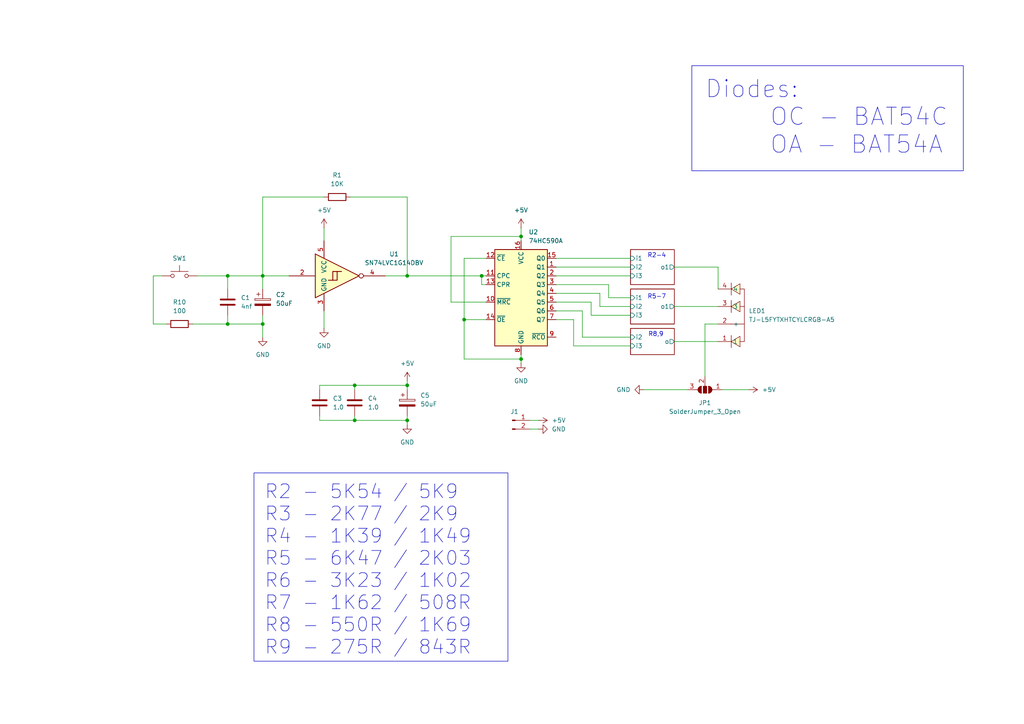
<source format=kicad_sch>
(kicad_sch (version 20231120) (generator "eeschema") (generator_version "8.0")
  (paper "A4")
  (lib_symbols
    (symbol "74xGxx:SN74LVC1G14DBV"
      (property "Reference" "U" (at 0 3.81 0))
      (property "Value" "SN74LVC1G14DBV" (at 0 -3.81 0))
      (symbol "SN74LVC1G14DBV_0_1"
        (polyline (pts (xy -7.62 6.35) (xy -7.62 -6.35) (xy 5.08 0) (xy -7.62 6.35)) (stroke (width 0.254)) (fill (type background)))
      )
      (symbol "SN74LVC1G14DBV_1_1"
        (polyline (pts (xy -3.81 -1.27) (xy -1.27 -1.27) (xy -1.27 1.27)) (stroke (width 0.254)))
        (polyline (pts (xy -2.54 -1.27) (xy -2.54 1.27) (xy 0 1.27)) (stroke (width 0.254)))
        (pin no_connect line (at -7.62 5.08 180) (length 5.08) hide (name "NC") (number "1"))
        (pin input line (at -15.24 0 0) (length 7.62) (name "~") (number "2"))
        (pin power_in line (at -5.08 -10.16 90) (length 5.08) (name "GND") (number "3"))
        (pin output inverted (at 12.7 0 180) (length 7.62) (name "~") (number "4"))
        (pin power_in line (at -5.08 10.16 270) (length 5.08) (name "VCC") (number "5"))
      )
    )
    (symbol "74xx:74HC590A"
      (property "Reference" "U" (at -7.62 16.51 0))
      (property "Value" "74HC590A" (at -7.62 -13.97 0))
      (symbol "74HC590A_1_0"
        (pin tri_state line (at 10.16 10.16 180) (length 2.54) (name "Q1") (number "1"))
        (pin input line (at -10.16 0 0) (length 2.54) (name "~{MRC}") (number "10"))
        (pin input line (at -10.16 7.62 0) (length 2.54) (name "CPC") (number "11"))
        (pin input line (at -10.16 12.7 0) (length 2.54) (name "~{CE}") (number "12"))
        (pin input line (at -10.16 5.08 0) (length 2.54) (name "CPR") (number "13"))
        (pin input line (at -10.16 -5.08 0) (length 2.54) (name "~{OE}") (number "14"))
        (pin tri_state line (at 10.16 12.7 180) (length 2.54) (name "Q0") (number "15"))
        (pin power_in line (at 0 17.78 270) (length 2.54) (name "VCC") (number "16"))
        (pin tri_state line (at 10.16 7.62 180) (length 2.54) (name "Q2") (number "2"))
        (pin tri_state line (at 10.16 5.08 180) (length 2.54) (name "Q3") (number "3"))
        (pin tri_state line (at 10.16 2.54 180) (length 2.54) (name "Q4") (number "4"))
        (pin tri_state line (at 10.16 0 180) (length 2.54) (name "Q5") (number "5"))
        (pin tri_state line (at 10.16 -2.54 180) (length 2.54) (name "Q6") (number "6"))
        (pin tri_state line (at 10.16 -5.08 180) (length 2.54) (name "Q7") (number "7"))
        (pin power_in line (at 0 -15.24 90) (length 2.54) (name "GND") (number "8"))
        (pin output line (at 10.16 -10.16 180) (length 2.54) (name "~{RCO}") (number "9"))
      )
      (symbol "74HC590A_1_1"
        (rectangle (start -7.62 15.24) (end 7.62 -12.7) (stroke (width 0.254)) (fill (type background)))
      )
    )
    (symbol "Connector:Conn_01x02_Pin" (pin_names (offset 1.016) hide)
      (property "Reference" "J" (at 0 2.54 0))
      (property "Value" "Conn_01x02_Pin" (at 0 -5.08 0))
      (symbol "Conn_01x02_Pin_1_1"
        (polyline (pts (xy 1.27 -2.54) (xy 0.8636 -2.54)) (stroke (width 0.1524)))
        (polyline (pts (xy 1.27 0) (xy 0.8636 0)) (stroke (width 0.1524)))
        (rectangle (start 0.8636 -2.413) (end 0 -2.667) (stroke (width 0.1524)) (fill (type outline)))
        (rectangle (start 0.8636 0.127) (end 0 -0.127) (stroke (width 0.1524)) (fill (type outline)))
        (pin passive line (at 5.08 0 180) (length 3.81) (name "Pin_1") (number "1"))
        (pin passive line (at 5.08 -2.54 180) (length 3.81) (name "Pin_2") (number "2"))
      )
    )
    (symbol "Device:C" (pin_numbers hide) (pin_names (offset 0.254))
      (property "Reference" "C" (at 0.635 2.54 0))
      (property "Value" "C" (at 0.635 -2.54 0))
      (symbol "C_0_1"
        (polyline (pts (xy -2.032 -0.762) (xy 2.032 -0.762)) (stroke (width 0.508)))
        (polyline (pts (xy -2.032 0.762) (xy 2.032 0.762)) (stroke (width 0.508)))
      )
      (symbol "C_1_1"
        (pin passive line (at 0 3.81 270) (length 2.794) (name "~") (number "1"))
        (pin passive line (at 0 -3.81 90) (length 2.794) (name "~") (number "2"))
      )
    )
    (symbol "Device:C_Polarized" (pin_numbers hide) (pin_names (offset 0.254))
      (property "Reference" "C" (at 0.635 2.54 0))
      (property "Value" "C_Polarized" (at 0.635 -2.54 0))
      (symbol "C_Polarized_0_1"
        (rectangle (start -2.286 0.508) (end 2.286 1.016))
        (polyline (pts (xy -1.778 2.286) (xy -0.762 2.286)))
        (polyline (pts (xy -1.27 2.794) (xy -1.27 1.778)))
        (rectangle (start 2.286 -0.508) (end -2.286 -1.016) (fill (type outline)))
      )
      (symbol "C_Polarized_1_1"
        (pin passive line (at 0 3.81 270) (length 2.794) (name "~") (number "1"))
        (pin passive line (at 0 -3.81 90) (length 2.794) (name "~") (number "2"))
      )
    )
    (symbol "Device:R" (pin_numbers hide) (pin_names (offset 0))
      (property "Reference" "R" (at 2.032 0 90))
      (property "Value" "R" (at 0 0 90))
      (symbol "R_0_1"
        (rectangle (start -1.016 -2.54) (end 1.016 2.54) (stroke (width 0.254)))
      )
      (symbol "R_1_1"
        (pin passive line (at 0 3.81 270) (length 1.27) (name "~") (number "1"))
        (pin passive line (at 0 -3.81 90) (length 1.27) (name "~") (number "2"))
      )
    )
    (symbol "Jumper:SolderJumper_3_Open" (pin_names (offset 0) hide) (exclude_from_sim yes) (in_bom no)
      (property "Reference" "JP" (at -2.54 -2.54 0))
      (property "Value" "SolderJumper_3_Open" (at 0 2.794 0))
      (symbol "SolderJumper_3_Open_0_1"
        (arc (start -1.016 1.016) (mid -2.0276 0) (end -1.016 -1.016))
        (arc (start -1.016 1.016) (mid -2.0276 0) (end -1.016 -1.016) (fill (type outline)))
        (rectangle (start -0.508 1.016) (end 0.508 -1.016) (fill (type outline)))
        (polyline (pts (xy -2.54 0) (xy -2.032 0)))
        (polyline (pts (xy -1.016 1.016) (xy -1.016 -1.016)))
        (polyline (pts (xy 0 -1.27) (xy 0 -1.016)))
        (polyline (pts (xy 1.016 1.016) (xy 1.016 -1.016)))
        (polyline (pts (xy 2.54 0) (xy 2.032 0)))
        (arc (start 1.016 -1.016) (mid 2.0276 0) (end 1.016 1.016))
        (arc (start 1.016 -1.016) (mid 2.0276 0) (end 1.016 1.016) (fill (type outline)))
      )
      (symbol "SolderJumper_3_Open_1_1"
        (pin passive line (at -5.08 0 0) (length 2.54) (name "A") (number "1"))
        (pin passive line (at 0 -3.81 90) (length 2.54) (name "C") (number "2"))
        (pin passive line (at 5.08 0 180) (length 2.54) (name "B") (number "3"))
      )
    )
    (symbol "Switch:SW_Push" (pin_numbers hide) (pin_names (offset 1.016) hide)
      (property "Reference" "SW" (at 1.27 2.54 0))
      (property "Value" "SW_Push" (at 0 -1.524 0))
      (symbol "SW_Push_0_1"
        (circle (center -2.032 0) (radius 0.508))
        (polyline (pts (xy 0 1.27) (xy 0 3.048)))
        (polyline (pts (xy 2.54 1.27) (xy -2.54 1.27)))
        (circle (center 2.032 0) (radius 0.508))
        (pin passive line (at -5.08 0 0) (length 2.54) (name "1") (number "1"))
        (pin passive line (at 5.08 0 180) (length 2.54) (name "2") (number "2"))
      )
    )
    (symbol "easyeda2kicad:TJ-L5FYTXHTCYLCRGB-A5"
      (property "Reference" "LED" (at 0 0 0))
      (property "Value" "TJ-L5FYTXHTCYLCRGB-A5" (at 0 -10.16 0))
      (symbol "TJ-L5FYTXHTCYLCRGB-A5_0_1"
        (polyline (pts (xy -5.84 -1.27) (xy -9.4 -1.27)))
        (polyline (pts (xy -2.54 1.27) (xy -2.54 2.54)))
        (polyline (pts (xy -0.76 -1.27) (xy -4.32 -1.27)))
        (polyline (pts (xy 2.54 -1.27) (xy 2.54 2.54)))
        (polyline (pts (xy 9.4 -1.27) (xy 5.84 -1.27)))
        (polyline (pts (xy -6.1 1.27) (xy -7.62 -1.27) (xy -9.14 1.27) (xy -6.1 1.27)) (fill (type background)))
        (polyline (pts (xy -1.02 1.27) (xy -2.54 -1.27) (xy -4.06 1.27) (xy -1.02 1.27)) (fill (type background)))
        (polyline (pts (xy 7.62 1.27) (xy 7.62 2.54) (xy -7.62 2.54) (xy -7.62 1.27)))
        (polyline (pts (xy 9.14 1.27) (xy 7.62 -1.27) (xy 6.1 1.27) (xy 9.14 1.27)) (fill (type background)))
        (pin unspecified line (at 7.62 -5.08 90) (length 3.81) (name "1") (number "1"))
        (pin unspecified line (at 2.54 -5.08 90) (length 3.81) (name "+") (number "2"))
        (pin unspecified line (at -2.54 -5.08 90) (length 3.81) (name "3") (number "3"))
        (pin unspecified line (at -7.62 -5.08 90) (length 3.81) (name "4") (number "4"))
      )
    )
    (symbol "power:+5V" (power) (pin_numbers hide) (pin_names (offset 0) hide)
      (property "Value" "+5V" (at 0 3.556 0))
      (symbol "+5V_0_1"
        (polyline (pts (xy -0.762 1.27) (xy 0 2.54)))
        (polyline (pts (xy 0 0) (xy 0 2.54)))
        (polyline (pts (xy 0 2.54) (xy 0.762 1.27)))
      )
      (symbol "+5V_1_1"
        (pin power_in line (at 0 0 90) (length 0) (name "~") (number "1"))
      )
    )
    (symbol "power:GND" (power) (pin_numbers hide) (pin_names (offset 0) hide)
      (property "Value" "GND" (at 0 -3.81 0))
      (symbol "GND_0_1"
        (polyline (pts (xy 0 0) (xy 0 -1.27) (xy 1.27 -1.27) (xy 0 -2.54) (xy -1.27 -1.27) (xy 0 -1.27)))
      )
      (symbol "GND_1_1"
        (pin power_in line (at 0 0 270) (length 0) (name "~") (number "1"))
      )
    )
  )
  (junction (at 139.7 80.01))
  (junction (at 76.2 80.01))
  (junction (at 66.04 93.98))
  (junction (at 134.62 92.71))
  (junction (at 102.87 111.76))
  (junction (at 151.13 68.58))
  (junction (at 102.87 121.92))
  (junction (at 118.11 80.01))
  (junction (at 151.13 104.14))
  (junction (at 118.11 111.76))
  (junction (at 118.11 121.92))
  (junction (at 66.04 80.01))
  (junction (at 76.2 93.98))
  (wire (pts (xy 102.87 111.76) (xy 118.11 111.76)))
  (wire (pts (xy 76.2 93.98) (xy 76.2 97.79)))
  (wire (pts (xy 92.71 111.76) (xy 102.87 111.76)))
  (wire (pts (xy 161.29 87.63) (xy 171.45 87.63)))
  (wire (pts (xy 161.29 85.09) (xy 173.99 85.09)))
  (wire (pts (xy 130.81 68.58) (xy 151.13 68.58)))
  (wire (pts (xy 66.04 91.44) (xy 66.04 93.98)))
  (wire (pts (xy 134.62 92.71) (xy 134.62 104.14)))
  (wire (pts (xy 195.58 88.9) (xy 208.28 88.9)))
  (wire (pts (xy 76.2 57.15) (xy 93.98 57.15)))
  (wire (pts (xy 118.11 57.15) (xy 118.11 80.01)))
  (wire (pts (xy 92.71 111.76) (xy 92.71 113.03)))
  (wire (pts (xy 92.71 121.92) (xy 92.71 120.65)))
  (wire (pts (xy 161.29 74.93) (xy 182.88 74.93)))
  (wire (pts (xy 176.53 86.36) (xy 182.88 86.36)))
  (wire (pts (xy 176.53 82.55) (xy 176.53 86.36)))
  (wire (pts (xy 204.47 93.98) (xy 208.28 93.98)))
  (wire (pts (xy 101.6 57.15) (xy 118.11 57.15)))
  (wire (pts (xy 161.29 92.71) (xy 166.37 92.71)))
  (wire (pts (xy 195.58 99.06) (xy 208.28 99.06)))
  (wire (pts (xy 66.04 93.98) (xy 76.2 93.98)))
  (wire (pts (xy 44.45 80.01) (xy 44.45 93.98)))
  (wire (pts (xy 168.91 97.79) (xy 182.88 97.79)))
  (wire (pts (xy 139.7 82.55) (xy 139.7 80.01)))
  (wire (pts (xy 118.11 80.01) (xy 139.7 80.01)))
  (wire (pts (xy 208.28 77.47) (xy 195.58 77.47)))
  (wire (pts (xy 57.15 80.01) (xy 66.04 80.01)))
  (wire (pts (xy 209.55 113.03) (xy 217.17 113.03)))
  (wire (pts (xy 76.2 83.82) (xy 76.2 80.01)))
  (wire (pts (xy 118.11 110.49) (xy 118.11 111.76)))
  (wire (pts (xy 93.98 66.04) (xy 93.98 69.85)))
  (wire (pts (xy 140.97 82.55) (xy 139.7 82.55)))
  (wire (pts (xy 171.45 87.63) (xy 171.45 91.44)))
  (wire (pts (xy 168.91 97.79) (xy 168.91 90.17)))
  (wire (pts (xy 44.45 80.01) (xy 46.99 80.01)))
  (wire (pts (xy 166.37 92.71) (xy 166.37 100.33)))
  (wire (pts (xy 118.11 123.19) (xy 118.11 121.92)))
  (wire (pts (xy 186.69 113.03) (xy 199.39 113.03)))
  (wire (pts (xy 161.29 82.55) (xy 176.53 82.55)))
  (wire (pts (xy 151.13 66.04) (xy 151.13 68.58)))
  (wire (pts (xy 76.2 91.44) (xy 76.2 93.98)))
  (wire (pts (xy 134.62 104.14) (xy 151.13 104.14)))
  (wire (pts (xy 140.97 87.63) (xy 130.81 87.63)))
  (wire (pts (xy 130.81 87.63) (xy 130.81 68.58)))
  (wire (pts (xy 55.88 93.98) (xy 66.04 93.98)))
  (wire (pts (xy 118.11 121.92) (xy 118.11 120.65)))
  (wire (pts (xy 171.45 91.44) (xy 182.88 91.44)))
  (wire (pts (xy 134.62 92.71) (xy 140.97 92.71)))
  (wire (pts (xy 76.2 80.01) (xy 83.82 80.01)))
  (wire (pts (xy 93.98 90.17) (xy 93.98 95.25)))
  (wire (pts (xy 66.04 80.01) (xy 66.04 83.82)))
  (wire (pts (xy 111.76 80.01) (xy 118.11 80.01)))
  (wire (pts (xy 118.11 111.76) (xy 118.11 113.03)))
  (wire (pts (xy 76.2 80.01) (xy 76.2 57.15)))
  (wire (pts (xy 151.13 104.14) (xy 151.13 105.41)))
  (wire (pts (xy 161.29 80.01) (xy 182.88 80.01)))
  (wire (pts (xy 161.29 77.47) (xy 182.88 77.47)))
  (wire (pts (xy 102.87 111.76) (xy 102.87 113.03)))
  (wire (pts (xy 66.04 80.01) (xy 76.2 80.01)))
  (wire (pts (xy 168.91 90.17) (xy 161.29 90.17)))
  (wire (pts (xy 140.97 74.93) (xy 134.62 74.93)))
  (wire (pts (xy 208.28 83.82) (xy 208.28 77.47)))
  (wire (pts (xy 102.87 121.92) (xy 102.87 120.65)))
  (wire (pts (xy 166.37 100.33) (xy 182.88 100.33)))
  (wire (pts (xy 151.13 68.58) (xy 151.13 69.85)))
  (wire (pts (xy 139.7 80.01) (xy 140.97 80.01)))
  (wire (pts (xy 156.21 124.46) (xy 153.67 124.46)))
  (wire (pts (xy 204.47 109.22) (xy 204.47 93.98)))
  (wire (pts (xy 151.13 102.87) (xy 151.13 104.14)))
  (wire (pts (xy 134.62 74.93) (xy 134.62 92.71)))
  (wire (pts (xy 156.21 121.92) (xy 153.67 121.92)))
  (wire (pts (xy 173.99 88.9) (xy 182.88 88.9)))
  (wire (pts (xy 173.99 85.09) (xy 173.99 88.9)))
  (wire (pts (xy 102.87 121.92) (xy 118.11 121.92)))
  (wire (pts (xy 44.45 93.98) (xy 48.26 93.98)))
  (wire (pts (xy 92.71 121.92) (xy 102.87 121.92)))
  (text_box "Diodes:\n	OC - BAT54C\n	OA - BAT54A\n" (at 200.66 19.05 0) (size 78.74 30.48) (effects (font (size 5 5)) (justify left top)))
  (text_box "R2 - 5K54 / 5K9\nR3 - 2K77 / 2K9\nR4 - 1K39 / 1K49\nR5 - 6K47 / 2K03\nR6 - 3K23 / 1K02\nR7 - 1K62 / 508R\nR8 - 550R / 1K69\nR9 - 275R / 843R" (at 73.66 137.16 0) (size 73.66 54.61) (effects (font (size 4 4)) (justify left top)))
  (text "R2-4" (at 190.5 74.93 0) (effects (font (size 1.27 1.27)) (justify bottom)))
  (text "R5-7" (at 190.5 86.868 0) (effects (font (size 1.27 1.27)) (justify bottom)))
  (text "R8,9" (at 190.246 97.79 0) (effects (font (size 1.27 1.27)) (justify bottom)))
  (symbol (lib_id "74xx:74HC590A") (at 151.13 87.63 0) (unit 1)
    (property "Reference" "U2" (at 153.3241 67.31 0) (effects (justify left)))
    (property "Value" "74HC590A" (at 153.3241 69.85 0) (effects (justify left)))
    (property "Footprint" "Package_SO:SOIC-16_3.9x9.9mm_P1.27mm" (effects (hide yes)))
    (property "Datasheet" "http://www.ti.com/lit/ds/symlink/sn74hc590a.pdf" (effects (hide yes)))
    (property "Description" "8-bit Binary Counter with Output Register 3-State Outputs, DIP-16/SOIC-16/SOIC-16W" (effects (hide yes)))
  )
  (symbol (lib_id "Device:C") (at 66.04 87.63 0) (unit 1)
    (property "Reference" "C1" (at 69.85 86.3599 0) (effects (justify left)))
    (property "Value" "4nf" (at 69.85 88.8999 0) (effects (justify left)))
    (property "Footprint" "Capacitor_SMD:C_0603_1608Metric_Pad1.08x0.95mm_HandSolder" (effects (hide yes)))
    (property "Description" "Unpolarized capacitor" (effects (hide yes)))
  )
  (symbol (lib_id "power:GND") (at 151.13 105.41 0) (unit 1)
    (property "Reference" "#PWR07" (effects (hide yes)))
    (property "Value" "GND" (at 151.13 110.49 0))
    (property "Description" "Power symbol creates a global label with name \"GND\" , ground" (effects (hide yes)))
  )
  (symbol (lib_id "Device:R") (at 97.79 57.15 90) (unit 1)
    (property "Reference" "R1" (at 97.79 50.8 90))
    (property "Value" "10K" (at 97.79 53.34 90))
    (property "Footprint" "Resistor_SMD:R_0603_1608Metric_Pad0.98x0.95mm_HandSolder" (effects (hide yes)))
    (property "Description" "Resistor" (effects (hide yes)))
  )
  (symbol (lib_id "power:+5V") (at 93.98 66.04 0) (unit 1)
    (property "Reference" "#PWR02" (effects (hide yes)))
    (property "Value" "+5V" (at 93.98 60.96 0))
    (property "Description" "Power symbol creates a global label with name \"+5V\"" (effects (hide yes)))
  )
  (symbol (lib_id "power:+5V") (at 118.11 110.49 0) (unit 1)
    (property "Reference" "#PWR04" (effects (hide yes)))
    (property "Value" "+5V" (at 118.11 105.41 0))
    (property "Description" "Power symbol creates a global label with name \"+5V\"" (effects (hide yes)))
  )
  (symbol (lib_id "power:+5V") (at 151.13 66.04 0) (unit 1)
    (property "Reference" "#PWR06" (effects (hide yes)))
    (property "Value" "+5V" (at 151.13 60.96 0))
    (property "Description" "Power symbol creates a global label with name \"+5V\"" (effects (hide yes)))
  )
  (symbol (lib_id "power:GND") (at 118.11 123.19 0) (unit 1)
    (property "Reference" "#PWR05" (effects (hide yes)))
    (property "Value" "GND" (at 118.11 128.27 0))
    (property "Description" "Power symbol creates a global label with name \"GND\" , ground" (effects (hide yes)))
  )
  (symbol (lib_id "Device:C") (at 102.87 116.84 0) (unit 1)
    (property "Reference" "C4" (at 106.68 115.5699 0) (effects (justify left)))
    (property "Value" "1.0" (at 106.68 118.1099 0) (effects (justify left)))
    (property "Footprint" "Capacitor_SMD:C_0603_1608Metric_Pad1.08x0.95mm_HandSolder" (effects (hide yes)))
    (property "Description" "Unpolarized capacitor" (effects (hide yes)))
  )
  (symbol (lib_id "power:+5V") (at 156.21 121.92 270) (unit 1)
    (property "Reference" "#PWR011" (effects (hide yes)))
    (property "Value" "+5V" (at 160.02 121.9199 90) (effects (justify left)))
    (property "Description" "Power symbol creates a global label with name \"+5V\"" (effects (hide yes)))
  )
  (symbol (lib_id "74xGxx:SN74LVC1G14DBV") (at 99.06 80.01 0) (unit 1)
    (property "Reference" "U1" (at 114.3 73.6914 0))
    (property "Value" "SN74LVC1G14DBV" (at 114.3 76.2314 0))
    (property "Footprint" "Package_TO_SOT_SMD:SOT-23-5" (effects (hide yes)))
    (property "Datasheet" "https://www.ti.com/lit/ds/symlink/sn74lvc1g14.pdf" (effects (hide yes)))
    (property "Description" "Single Schmitt NOT Gate, Low-Voltage CMOS, SOT-23" (effects (hide yes)))
  )
  (symbol (lib_id "power:GND") (at 93.98 95.25 0) (unit 1)
    (property "Reference" "#PWR03" (effects (hide yes)))
    (property "Value" "GND" (at 93.98 100.33 0))
    (property "Description" "Power symbol creates a global label with name \"GND\" , ground" (effects (hide yes)))
  )
  (symbol (lib_id "Device:R") (at 52.07 93.98 90) (unit 1)
    (property "Reference" "R10" (at 52.07 87.63 90))
    (property "Value" "100" (at 52.07 90.17 90))
    (property "Footprint" "Resistor_SMD:R_0603_1608Metric_Pad0.98x0.95mm_HandSolder" (effects (hide yes)))
    (property "Description" "Resistor" (effects (hide yes)))
  )
  (symbol (lib_id "Device:C") (at 92.71 116.84 0) (unit 1)
    (property "Reference" "C3" (at 96.52 115.5699 0) (effects (justify left)))
    (property "Value" "1.0" (at 96.52 118.1099 0) (effects (justify left)))
    (property "Footprint" "Capacitor_SMD:C_0603_1608Metric_Pad1.08x0.95mm_HandSolder" (effects (hide yes)))
    (property "Description" "Unpolarized capacitor" (effects (hide yes)))
  )
  (symbol (lib_id "Device:C_Polarized") (at 76.2 87.63 0) (unit 1)
    (property "Reference" "C2" (at 80.01 85.4709 0) (effects (justify left)))
    (property "Value" "50uF" (at 80.01 88.0109 0) (effects (justify left)))
    (property "Footprint" "Capacitor_THT:CP_Radial_D5.0mm_P2.50mm" (effects (hide yes)))
    (property "Description" "Polarized capacitor" (effects (hide yes)))
  )
  (symbol (lib_id "power:GND") (at 186.69 113.03 270) (unit 1)
    (property "Reference" "#PWR08" (effects (hide yes)))
    (property "Value" "GND" (at 182.88 113.0299 90) (effects (justify right)))
    (property "Description" "Power symbol creates a global label with name \"GND\" , ground" (effects (hide yes)))
  )
  (symbol (lib_id "power:GND") (at 156.21 124.46 90) (unit 1)
    (property "Reference" "#PWR010" (effects (hide yes)))
    (property "Value" "GND" (at 160.02 124.4599 90) (effects (justify right)))
    (property "Description" "Power symbol creates a global label with name \"GND\" , ground" (effects (hide yes)))
  )
  (symbol (lib_id "power:GND") (at 76.2 97.79 0) (unit 1)
    (property "Reference" "#PWR01" (effects (hide yes)))
    (property "Value" "GND" (at 76.2 102.87 0))
    (property "Description" "Power symbol creates a global label with name \"GND\" , ground" (effects (hide yes)))
  )
  (symbol (lib_id "power:+5V") (at 217.17 113.03 270) (unit 1)
    (property "Reference" "#PWR09" (effects (hide yes)))
    (property "Value" "+5V" (at 220.98 113.0299 90) (effects (justify left)))
    (property "Description" "Power symbol creates a global label with name \"+5V\"" (effects (hide yes)))
  )
  (symbol (lib_id "Connector:Conn_01x02_Pin") (at 148.59 121.92 0) (unit 1)
    (property "Reference" "J1" (at 149.225 119.38 0))
    (property "Value" "Conn_01x02_Pin" (effects (hide yes)))
    (property "Footprint" "Connector_PinHeader_2.54mm:PinHeader_1x02_P2.54mm_Vertical" (effects (hide yes)))
    (property "Description" "Generic connector, single row, 01x02, script generated" (effects (hide yes)))
  )
  (symbol (lib_id "easyeda2kicad:TJ-L5FYTXHTCYLCRGB-A5") (at 213.36 91.44 270) (unit 1)
    (property "Reference" "LED1" (at 217.17 90.1699 90) (effects (justify left)))
    (property "Value" "TJ-L5FYTXHTCYLCRGB-A5" (at 217.17 92.7099 90) (effects (justify left)))
    (property "Footprint" "easyeda2kicad:LED-TH_4P-BD5.8-P1.30" (effects (hide yes)))
    (property "Datasheet" "https://lcsc.com/product-detail/Others_TOGIALED-TJ-L5FYTXHTCYLCRGB-A5_C330749.html" (effects (hide yes)))
    (property "LCSC Part" "C330749" (effects (hide yes)))
  )
  (symbol (lib_id "Jumper:SolderJumper_3_Open") (at 204.47 113.03 180) (unit 1) (exclude_from_sim yes) (in_bom no)
    (property "Reference" "JP1" (at 204.47 116.84 0))
    (property "Value" "SolderJumper_3_Open" (at 204.47 119.38 0))
    (property "Footprint" "Jumper:SolderJumper-3_P1.3mm_Open_RoundedPad1.0x1.5mm" (effects (hide yes)))
    (property "Description" "Solder Jumper, 3-pole, open" (effects (hide yes)))
  )
  (symbol (lib_id "Switch:SW_Push") (at 52.07 80.01 0) (unit 1)
    (property "Reference" "SW1" (at 52.07 74.93 0))
    (property "Value" "SW_Push" (effects (hide yes)))
    (property "Footprint" "Button_Switch_THT:SW_PUSH_6mm" (effects (hide yes)))
    (property "Description" "Push button switch, generic, two pins" (effects (hide yes)))
  )
  (symbol (lib_id "Device:C_Polarized") (at 118.11 116.84 0) (unit 1)
    (property "Reference" "C5" (at 121.92 114.6809 0) (effects (justify left)))
    (property "Value" "50uF" (at 121.92 117.2209 0) (effects (justify left)))
    (property "Footprint" "Capacitor_THT:CP_Radial_D5.0mm_P2.50mm" (effects (hide yes)))
    (property "Description" "Polarized capacitor" (effects (hide yes)))
  )
  (sheet (at 182.88 83.82) (size 12.7 10.16) (stroke (width 0.1524))
    (property "Sheetname" "3r1" (effects (hide yes)))
    (property "Sheetfile" "3r.kicad_sch" (effects (hide yes)))
    (property "R2" "6K2" (effects (hide yes)))
    (property "R3" "3K3" (effects (hide yes)))
    (property "R4" "1K6" (effects (hide yes)))
    (pin "o1" output (at 195.58 88.9 0))
    (pin "i1" input (at 182.88 86.36 180))
    (pin "i2" input (at 182.88 88.9 180))
    (pin "i3" input (at 182.88 91.44 180))
  )
  (sheet (at 182.88 95.25) (size 12.7 7.62) (stroke (width 0.1524))
    (property "Sheetname" "2r" (effects (hide yes)))
    (property "Sheetfile" "2r.kicad_sch" (effects (hide yes)))
    (pin "o" output (at 195.58 99.06 0))
    (pin "i3" input (at 182.88 100.33 180))
    (pin "i2" input (at 182.88 97.79 180))
  )
  (sheet (at 182.88 72.39) (size 12.7 10.16) (stroke (width 0.1524))
    (property "Sheetname" "3r" (effects (hide yes)))
    (property "Sheetfile" "3r.kicad_sch" (effects (hide yes)))
    (property "R2" "5K6" (effects (hide yes)))
    (property "R3" "2K7" (effects (hide yes)))
    (property "R4" "1K3" (effects (hide yes)))
    (pin "o1" output (at 195.58 77.47 0))
    (pin "i1" input (at 182.88 74.93 180))
    (pin "i2" input (at 182.88 77.47 180))
    (pin "i3" input (at 182.88 80.01 180))
  )
)
</source>
